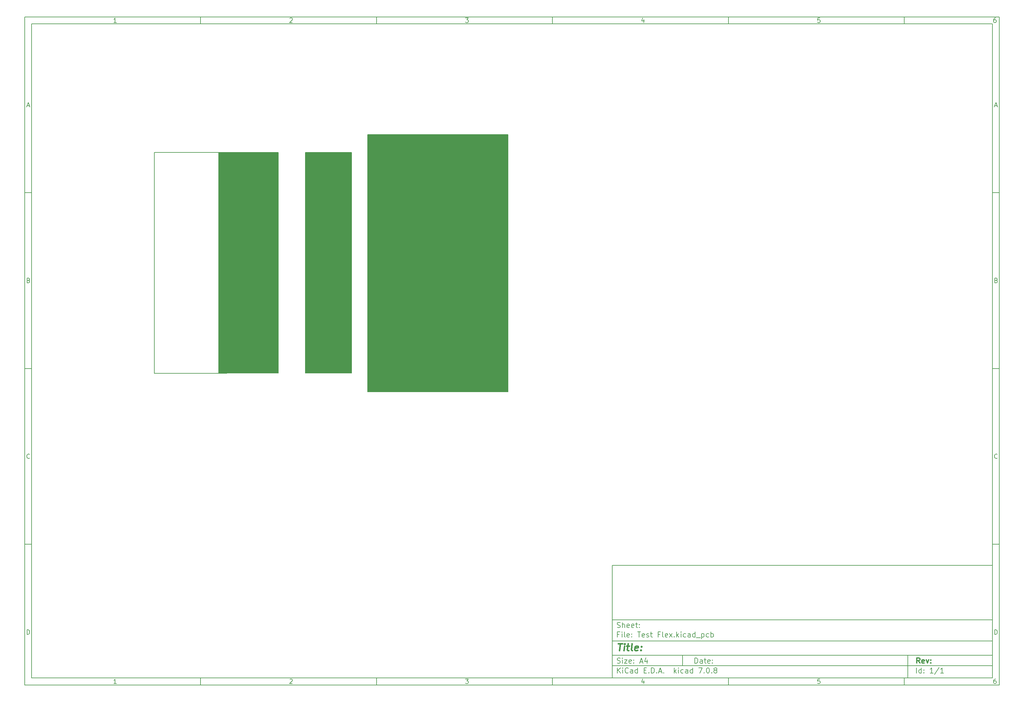
<source format=gbr>
%TF.GenerationSoftware,KiCad,Pcbnew,7.0.8*%
%TF.CreationDate,2023-11-08T15:44:53-05:00*%
%TF.ProjectId,Test Flex,54657374-2046-46c6-9578-2e6b69636164,rev?*%
%TF.SameCoordinates,Original*%
%TF.FileFunction,Glue,Top*%
%TF.FilePolarity,Positive*%
%FSLAX46Y46*%
G04 Gerber Fmt 4.6, Leading zero omitted, Abs format (unit mm)*
G04 Created by KiCad (PCBNEW 7.0.8) date 2023-11-08 15:44:53*
%MOMM*%
%LPD*%
G01*
G04 APERTURE LIST*
%ADD10C,0.100000*%
%ADD11C,0.150000*%
%ADD12C,0.300000*%
%ADD13C,0.400000*%
G04 APERTURE END LIST*
D10*
D11*
X177002200Y-166007200D02*
X285002200Y-166007200D01*
X285002200Y-198007200D01*
X177002200Y-198007200D01*
X177002200Y-166007200D01*
D10*
D11*
X10000000Y-10000000D02*
X287002200Y-10000000D01*
X287002200Y-200007200D01*
X10000000Y-200007200D01*
X10000000Y-10000000D01*
D10*
D11*
X12000000Y-12000000D02*
X285002200Y-12000000D01*
X285002200Y-198007200D01*
X12000000Y-198007200D01*
X12000000Y-12000000D01*
D10*
D11*
X60000000Y-12000000D02*
X60000000Y-10000000D01*
D10*
D11*
X110000000Y-12000000D02*
X110000000Y-10000000D01*
D10*
D11*
X160000000Y-12000000D02*
X160000000Y-10000000D01*
D10*
D11*
X210000000Y-12000000D02*
X210000000Y-10000000D01*
D10*
D11*
X260000000Y-12000000D02*
X260000000Y-10000000D01*
D10*
D11*
X36089160Y-11593604D02*
X35346303Y-11593604D01*
X35717731Y-11593604D02*
X35717731Y-10293604D01*
X35717731Y-10293604D02*
X35593922Y-10479319D01*
X35593922Y-10479319D02*
X35470112Y-10603128D01*
X35470112Y-10603128D02*
X35346303Y-10665033D01*
D10*
D11*
X85346303Y-10417414D02*
X85408207Y-10355509D01*
X85408207Y-10355509D02*
X85532017Y-10293604D01*
X85532017Y-10293604D02*
X85841541Y-10293604D01*
X85841541Y-10293604D02*
X85965350Y-10355509D01*
X85965350Y-10355509D02*
X86027255Y-10417414D01*
X86027255Y-10417414D02*
X86089160Y-10541223D01*
X86089160Y-10541223D02*
X86089160Y-10665033D01*
X86089160Y-10665033D02*
X86027255Y-10850747D01*
X86027255Y-10850747D02*
X85284398Y-11593604D01*
X85284398Y-11593604D02*
X86089160Y-11593604D01*
D10*
D11*
X135284398Y-10293604D02*
X136089160Y-10293604D01*
X136089160Y-10293604D02*
X135655826Y-10788842D01*
X135655826Y-10788842D02*
X135841541Y-10788842D01*
X135841541Y-10788842D02*
X135965350Y-10850747D01*
X135965350Y-10850747D02*
X136027255Y-10912652D01*
X136027255Y-10912652D02*
X136089160Y-11036461D01*
X136089160Y-11036461D02*
X136089160Y-11345985D01*
X136089160Y-11345985D02*
X136027255Y-11469795D01*
X136027255Y-11469795D02*
X135965350Y-11531700D01*
X135965350Y-11531700D02*
X135841541Y-11593604D01*
X135841541Y-11593604D02*
X135470112Y-11593604D01*
X135470112Y-11593604D02*
X135346303Y-11531700D01*
X135346303Y-11531700D02*
X135284398Y-11469795D01*
D10*
D11*
X185965350Y-10726938D02*
X185965350Y-11593604D01*
X185655826Y-10231700D02*
X185346303Y-11160271D01*
X185346303Y-11160271D02*
X186151064Y-11160271D01*
D10*
D11*
X236027255Y-10293604D02*
X235408207Y-10293604D01*
X235408207Y-10293604D02*
X235346303Y-10912652D01*
X235346303Y-10912652D02*
X235408207Y-10850747D01*
X235408207Y-10850747D02*
X235532017Y-10788842D01*
X235532017Y-10788842D02*
X235841541Y-10788842D01*
X235841541Y-10788842D02*
X235965350Y-10850747D01*
X235965350Y-10850747D02*
X236027255Y-10912652D01*
X236027255Y-10912652D02*
X236089160Y-11036461D01*
X236089160Y-11036461D02*
X236089160Y-11345985D01*
X236089160Y-11345985D02*
X236027255Y-11469795D01*
X236027255Y-11469795D02*
X235965350Y-11531700D01*
X235965350Y-11531700D02*
X235841541Y-11593604D01*
X235841541Y-11593604D02*
X235532017Y-11593604D01*
X235532017Y-11593604D02*
X235408207Y-11531700D01*
X235408207Y-11531700D02*
X235346303Y-11469795D01*
D10*
D11*
X285965350Y-10293604D02*
X285717731Y-10293604D01*
X285717731Y-10293604D02*
X285593922Y-10355509D01*
X285593922Y-10355509D02*
X285532017Y-10417414D01*
X285532017Y-10417414D02*
X285408207Y-10603128D01*
X285408207Y-10603128D02*
X285346303Y-10850747D01*
X285346303Y-10850747D02*
X285346303Y-11345985D01*
X285346303Y-11345985D02*
X285408207Y-11469795D01*
X285408207Y-11469795D02*
X285470112Y-11531700D01*
X285470112Y-11531700D02*
X285593922Y-11593604D01*
X285593922Y-11593604D02*
X285841541Y-11593604D01*
X285841541Y-11593604D02*
X285965350Y-11531700D01*
X285965350Y-11531700D02*
X286027255Y-11469795D01*
X286027255Y-11469795D02*
X286089160Y-11345985D01*
X286089160Y-11345985D02*
X286089160Y-11036461D01*
X286089160Y-11036461D02*
X286027255Y-10912652D01*
X286027255Y-10912652D02*
X285965350Y-10850747D01*
X285965350Y-10850747D02*
X285841541Y-10788842D01*
X285841541Y-10788842D02*
X285593922Y-10788842D01*
X285593922Y-10788842D02*
X285470112Y-10850747D01*
X285470112Y-10850747D02*
X285408207Y-10912652D01*
X285408207Y-10912652D02*
X285346303Y-11036461D01*
D10*
D11*
X60000000Y-198007200D02*
X60000000Y-200007200D01*
D10*
D11*
X110000000Y-198007200D02*
X110000000Y-200007200D01*
D10*
D11*
X160000000Y-198007200D02*
X160000000Y-200007200D01*
D10*
D11*
X210000000Y-198007200D02*
X210000000Y-200007200D01*
D10*
D11*
X260000000Y-198007200D02*
X260000000Y-200007200D01*
D10*
D11*
X36089160Y-199600804D02*
X35346303Y-199600804D01*
X35717731Y-199600804D02*
X35717731Y-198300804D01*
X35717731Y-198300804D02*
X35593922Y-198486519D01*
X35593922Y-198486519D02*
X35470112Y-198610328D01*
X35470112Y-198610328D02*
X35346303Y-198672233D01*
D10*
D11*
X85346303Y-198424614D02*
X85408207Y-198362709D01*
X85408207Y-198362709D02*
X85532017Y-198300804D01*
X85532017Y-198300804D02*
X85841541Y-198300804D01*
X85841541Y-198300804D02*
X85965350Y-198362709D01*
X85965350Y-198362709D02*
X86027255Y-198424614D01*
X86027255Y-198424614D02*
X86089160Y-198548423D01*
X86089160Y-198548423D02*
X86089160Y-198672233D01*
X86089160Y-198672233D02*
X86027255Y-198857947D01*
X86027255Y-198857947D02*
X85284398Y-199600804D01*
X85284398Y-199600804D02*
X86089160Y-199600804D01*
D10*
D11*
X135284398Y-198300804D02*
X136089160Y-198300804D01*
X136089160Y-198300804D02*
X135655826Y-198796042D01*
X135655826Y-198796042D02*
X135841541Y-198796042D01*
X135841541Y-198796042D02*
X135965350Y-198857947D01*
X135965350Y-198857947D02*
X136027255Y-198919852D01*
X136027255Y-198919852D02*
X136089160Y-199043661D01*
X136089160Y-199043661D02*
X136089160Y-199353185D01*
X136089160Y-199353185D02*
X136027255Y-199476995D01*
X136027255Y-199476995D02*
X135965350Y-199538900D01*
X135965350Y-199538900D02*
X135841541Y-199600804D01*
X135841541Y-199600804D02*
X135470112Y-199600804D01*
X135470112Y-199600804D02*
X135346303Y-199538900D01*
X135346303Y-199538900D02*
X135284398Y-199476995D01*
D10*
D11*
X185965350Y-198734138D02*
X185965350Y-199600804D01*
X185655826Y-198238900D02*
X185346303Y-199167471D01*
X185346303Y-199167471D02*
X186151064Y-199167471D01*
D10*
D11*
X236027255Y-198300804D02*
X235408207Y-198300804D01*
X235408207Y-198300804D02*
X235346303Y-198919852D01*
X235346303Y-198919852D02*
X235408207Y-198857947D01*
X235408207Y-198857947D02*
X235532017Y-198796042D01*
X235532017Y-198796042D02*
X235841541Y-198796042D01*
X235841541Y-198796042D02*
X235965350Y-198857947D01*
X235965350Y-198857947D02*
X236027255Y-198919852D01*
X236027255Y-198919852D02*
X236089160Y-199043661D01*
X236089160Y-199043661D02*
X236089160Y-199353185D01*
X236089160Y-199353185D02*
X236027255Y-199476995D01*
X236027255Y-199476995D02*
X235965350Y-199538900D01*
X235965350Y-199538900D02*
X235841541Y-199600804D01*
X235841541Y-199600804D02*
X235532017Y-199600804D01*
X235532017Y-199600804D02*
X235408207Y-199538900D01*
X235408207Y-199538900D02*
X235346303Y-199476995D01*
D10*
D11*
X285965350Y-198300804D02*
X285717731Y-198300804D01*
X285717731Y-198300804D02*
X285593922Y-198362709D01*
X285593922Y-198362709D02*
X285532017Y-198424614D01*
X285532017Y-198424614D02*
X285408207Y-198610328D01*
X285408207Y-198610328D02*
X285346303Y-198857947D01*
X285346303Y-198857947D02*
X285346303Y-199353185D01*
X285346303Y-199353185D02*
X285408207Y-199476995D01*
X285408207Y-199476995D02*
X285470112Y-199538900D01*
X285470112Y-199538900D02*
X285593922Y-199600804D01*
X285593922Y-199600804D02*
X285841541Y-199600804D01*
X285841541Y-199600804D02*
X285965350Y-199538900D01*
X285965350Y-199538900D02*
X286027255Y-199476995D01*
X286027255Y-199476995D02*
X286089160Y-199353185D01*
X286089160Y-199353185D02*
X286089160Y-199043661D01*
X286089160Y-199043661D02*
X286027255Y-198919852D01*
X286027255Y-198919852D02*
X285965350Y-198857947D01*
X285965350Y-198857947D02*
X285841541Y-198796042D01*
X285841541Y-198796042D02*
X285593922Y-198796042D01*
X285593922Y-198796042D02*
X285470112Y-198857947D01*
X285470112Y-198857947D02*
X285408207Y-198919852D01*
X285408207Y-198919852D02*
X285346303Y-199043661D01*
D10*
D11*
X10000000Y-60000000D02*
X12000000Y-60000000D01*
D10*
D11*
X10000000Y-110000000D02*
X12000000Y-110000000D01*
D10*
D11*
X10000000Y-160000000D02*
X12000000Y-160000000D01*
D10*
D11*
X10690476Y-35222176D02*
X11309523Y-35222176D01*
X10566666Y-35593604D02*
X10999999Y-34293604D01*
X10999999Y-34293604D02*
X11433333Y-35593604D01*
D10*
D11*
X11092857Y-84912652D02*
X11278571Y-84974557D01*
X11278571Y-84974557D02*
X11340476Y-85036461D01*
X11340476Y-85036461D02*
X11402380Y-85160271D01*
X11402380Y-85160271D02*
X11402380Y-85345985D01*
X11402380Y-85345985D02*
X11340476Y-85469795D01*
X11340476Y-85469795D02*
X11278571Y-85531700D01*
X11278571Y-85531700D02*
X11154761Y-85593604D01*
X11154761Y-85593604D02*
X10659523Y-85593604D01*
X10659523Y-85593604D02*
X10659523Y-84293604D01*
X10659523Y-84293604D02*
X11092857Y-84293604D01*
X11092857Y-84293604D02*
X11216666Y-84355509D01*
X11216666Y-84355509D02*
X11278571Y-84417414D01*
X11278571Y-84417414D02*
X11340476Y-84541223D01*
X11340476Y-84541223D02*
X11340476Y-84665033D01*
X11340476Y-84665033D02*
X11278571Y-84788842D01*
X11278571Y-84788842D02*
X11216666Y-84850747D01*
X11216666Y-84850747D02*
X11092857Y-84912652D01*
X11092857Y-84912652D02*
X10659523Y-84912652D01*
D10*
D11*
X11402380Y-135469795D02*
X11340476Y-135531700D01*
X11340476Y-135531700D02*
X11154761Y-135593604D01*
X11154761Y-135593604D02*
X11030952Y-135593604D01*
X11030952Y-135593604D02*
X10845238Y-135531700D01*
X10845238Y-135531700D02*
X10721428Y-135407890D01*
X10721428Y-135407890D02*
X10659523Y-135284080D01*
X10659523Y-135284080D02*
X10597619Y-135036461D01*
X10597619Y-135036461D02*
X10597619Y-134850747D01*
X10597619Y-134850747D02*
X10659523Y-134603128D01*
X10659523Y-134603128D02*
X10721428Y-134479319D01*
X10721428Y-134479319D02*
X10845238Y-134355509D01*
X10845238Y-134355509D02*
X11030952Y-134293604D01*
X11030952Y-134293604D02*
X11154761Y-134293604D01*
X11154761Y-134293604D02*
X11340476Y-134355509D01*
X11340476Y-134355509D02*
X11402380Y-134417414D01*
D10*
D11*
X10659523Y-185593604D02*
X10659523Y-184293604D01*
X10659523Y-184293604D02*
X10969047Y-184293604D01*
X10969047Y-184293604D02*
X11154761Y-184355509D01*
X11154761Y-184355509D02*
X11278571Y-184479319D01*
X11278571Y-184479319D02*
X11340476Y-184603128D01*
X11340476Y-184603128D02*
X11402380Y-184850747D01*
X11402380Y-184850747D02*
X11402380Y-185036461D01*
X11402380Y-185036461D02*
X11340476Y-185284080D01*
X11340476Y-185284080D02*
X11278571Y-185407890D01*
X11278571Y-185407890D02*
X11154761Y-185531700D01*
X11154761Y-185531700D02*
X10969047Y-185593604D01*
X10969047Y-185593604D02*
X10659523Y-185593604D01*
D10*
D11*
X287002200Y-60000000D02*
X285002200Y-60000000D01*
D10*
D11*
X287002200Y-110000000D02*
X285002200Y-110000000D01*
D10*
D11*
X287002200Y-160000000D02*
X285002200Y-160000000D01*
D10*
D11*
X285692676Y-35222176D02*
X286311723Y-35222176D01*
X285568866Y-35593604D02*
X286002199Y-34293604D01*
X286002199Y-34293604D02*
X286435533Y-35593604D01*
D10*
D11*
X286095057Y-84912652D02*
X286280771Y-84974557D01*
X286280771Y-84974557D02*
X286342676Y-85036461D01*
X286342676Y-85036461D02*
X286404580Y-85160271D01*
X286404580Y-85160271D02*
X286404580Y-85345985D01*
X286404580Y-85345985D02*
X286342676Y-85469795D01*
X286342676Y-85469795D02*
X286280771Y-85531700D01*
X286280771Y-85531700D02*
X286156961Y-85593604D01*
X286156961Y-85593604D02*
X285661723Y-85593604D01*
X285661723Y-85593604D02*
X285661723Y-84293604D01*
X285661723Y-84293604D02*
X286095057Y-84293604D01*
X286095057Y-84293604D02*
X286218866Y-84355509D01*
X286218866Y-84355509D02*
X286280771Y-84417414D01*
X286280771Y-84417414D02*
X286342676Y-84541223D01*
X286342676Y-84541223D02*
X286342676Y-84665033D01*
X286342676Y-84665033D02*
X286280771Y-84788842D01*
X286280771Y-84788842D02*
X286218866Y-84850747D01*
X286218866Y-84850747D02*
X286095057Y-84912652D01*
X286095057Y-84912652D02*
X285661723Y-84912652D01*
D10*
D11*
X286404580Y-135469795D02*
X286342676Y-135531700D01*
X286342676Y-135531700D02*
X286156961Y-135593604D01*
X286156961Y-135593604D02*
X286033152Y-135593604D01*
X286033152Y-135593604D02*
X285847438Y-135531700D01*
X285847438Y-135531700D02*
X285723628Y-135407890D01*
X285723628Y-135407890D02*
X285661723Y-135284080D01*
X285661723Y-135284080D02*
X285599819Y-135036461D01*
X285599819Y-135036461D02*
X285599819Y-134850747D01*
X285599819Y-134850747D02*
X285661723Y-134603128D01*
X285661723Y-134603128D02*
X285723628Y-134479319D01*
X285723628Y-134479319D02*
X285847438Y-134355509D01*
X285847438Y-134355509D02*
X286033152Y-134293604D01*
X286033152Y-134293604D02*
X286156961Y-134293604D01*
X286156961Y-134293604D02*
X286342676Y-134355509D01*
X286342676Y-134355509D02*
X286404580Y-134417414D01*
D10*
D11*
X285661723Y-185593604D02*
X285661723Y-184293604D01*
X285661723Y-184293604D02*
X285971247Y-184293604D01*
X285971247Y-184293604D02*
X286156961Y-184355509D01*
X286156961Y-184355509D02*
X286280771Y-184479319D01*
X286280771Y-184479319D02*
X286342676Y-184603128D01*
X286342676Y-184603128D02*
X286404580Y-184850747D01*
X286404580Y-184850747D02*
X286404580Y-185036461D01*
X286404580Y-185036461D02*
X286342676Y-185284080D01*
X286342676Y-185284080D02*
X286280771Y-185407890D01*
X286280771Y-185407890D02*
X286156961Y-185531700D01*
X286156961Y-185531700D02*
X285971247Y-185593604D01*
X285971247Y-185593604D02*
X285661723Y-185593604D01*
D10*
D11*
X200458026Y-193793328D02*
X200458026Y-192293328D01*
X200458026Y-192293328D02*
X200815169Y-192293328D01*
X200815169Y-192293328D02*
X201029455Y-192364757D01*
X201029455Y-192364757D02*
X201172312Y-192507614D01*
X201172312Y-192507614D02*
X201243741Y-192650471D01*
X201243741Y-192650471D02*
X201315169Y-192936185D01*
X201315169Y-192936185D02*
X201315169Y-193150471D01*
X201315169Y-193150471D02*
X201243741Y-193436185D01*
X201243741Y-193436185D02*
X201172312Y-193579042D01*
X201172312Y-193579042D02*
X201029455Y-193721900D01*
X201029455Y-193721900D02*
X200815169Y-193793328D01*
X200815169Y-193793328D02*
X200458026Y-193793328D01*
X202600884Y-193793328D02*
X202600884Y-193007614D01*
X202600884Y-193007614D02*
X202529455Y-192864757D01*
X202529455Y-192864757D02*
X202386598Y-192793328D01*
X202386598Y-192793328D02*
X202100884Y-192793328D01*
X202100884Y-192793328D02*
X201958026Y-192864757D01*
X202600884Y-193721900D02*
X202458026Y-193793328D01*
X202458026Y-193793328D02*
X202100884Y-193793328D01*
X202100884Y-193793328D02*
X201958026Y-193721900D01*
X201958026Y-193721900D02*
X201886598Y-193579042D01*
X201886598Y-193579042D02*
X201886598Y-193436185D01*
X201886598Y-193436185D02*
X201958026Y-193293328D01*
X201958026Y-193293328D02*
X202100884Y-193221900D01*
X202100884Y-193221900D02*
X202458026Y-193221900D01*
X202458026Y-193221900D02*
X202600884Y-193150471D01*
X203100884Y-192793328D02*
X203672312Y-192793328D01*
X203315169Y-192293328D02*
X203315169Y-193579042D01*
X203315169Y-193579042D02*
X203386598Y-193721900D01*
X203386598Y-193721900D02*
X203529455Y-193793328D01*
X203529455Y-193793328D02*
X203672312Y-193793328D01*
X204743741Y-193721900D02*
X204600884Y-193793328D01*
X204600884Y-193793328D02*
X204315170Y-193793328D01*
X204315170Y-193793328D02*
X204172312Y-193721900D01*
X204172312Y-193721900D02*
X204100884Y-193579042D01*
X204100884Y-193579042D02*
X204100884Y-193007614D01*
X204100884Y-193007614D02*
X204172312Y-192864757D01*
X204172312Y-192864757D02*
X204315170Y-192793328D01*
X204315170Y-192793328D02*
X204600884Y-192793328D01*
X204600884Y-192793328D02*
X204743741Y-192864757D01*
X204743741Y-192864757D02*
X204815170Y-193007614D01*
X204815170Y-193007614D02*
X204815170Y-193150471D01*
X204815170Y-193150471D02*
X204100884Y-193293328D01*
X205458026Y-193650471D02*
X205529455Y-193721900D01*
X205529455Y-193721900D02*
X205458026Y-193793328D01*
X205458026Y-193793328D02*
X205386598Y-193721900D01*
X205386598Y-193721900D02*
X205458026Y-193650471D01*
X205458026Y-193650471D02*
X205458026Y-193793328D01*
X205458026Y-192864757D02*
X205529455Y-192936185D01*
X205529455Y-192936185D02*
X205458026Y-193007614D01*
X205458026Y-193007614D02*
X205386598Y-192936185D01*
X205386598Y-192936185D02*
X205458026Y-192864757D01*
X205458026Y-192864757D02*
X205458026Y-193007614D01*
D10*
D11*
X177002200Y-194507200D02*
X285002200Y-194507200D01*
D10*
D11*
X178458026Y-196593328D02*
X178458026Y-195093328D01*
X179315169Y-196593328D02*
X178672312Y-195736185D01*
X179315169Y-195093328D02*
X178458026Y-195950471D01*
X179958026Y-196593328D02*
X179958026Y-195593328D01*
X179958026Y-195093328D02*
X179886598Y-195164757D01*
X179886598Y-195164757D02*
X179958026Y-195236185D01*
X179958026Y-195236185D02*
X180029455Y-195164757D01*
X180029455Y-195164757D02*
X179958026Y-195093328D01*
X179958026Y-195093328D02*
X179958026Y-195236185D01*
X181529455Y-196450471D02*
X181458027Y-196521900D01*
X181458027Y-196521900D02*
X181243741Y-196593328D01*
X181243741Y-196593328D02*
X181100884Y-196593328D01*
X181100884Y-196593328D02*
X180886598Y-196521900D01*
X180886598Y-196521900D02*
X180743741Y-196379042D01*
X180743741Y-196379042D02*
X180672312Y-196236185D01*
X180672312Y-196236185D02*
X180600884Y-195950471D01*
X180600884Y-195950471D02*
X180600884Y-195736185D01*
X180600884Y-195736185D02*
X180672312Y-195450471D01*
X180672312Y-195450471D02*
X180743741Y-195307614D01*
X180743741Y-195307614D02*
X180886598Y-195164757D01*
X180886598Y-195164757D02*
X181100884Y-195093328D01*
X181100884Y-195093328D02*
X181243741Y-195093328D01*
X181243741Y-195093328D02*
X181458027Y-195164757D01*
X181458027Y-195164757D02*
X181529455Y-195236185D01*
X182815170Y-196593328D02*
X182815170Y-195807614D01*
X182815170Y-195807614D02*
X182743741Y-195664757D01*
X182743741Y-195664757D02*
X182600884Y-195593328D01*
X182600884Y-195593328D02*
X182315170Y-195593328D01*
X182315170Y-195593328D02*
X182172312Y-195664757D01*
X182815170Y-196521900D02*
X182672312Y-196593328D01*
X182672312Y-196593328D02*
X182315170Y-196593328D01*
X182315170Y-196593328D02*
X182172312Y-196521900D01*
X182172312Y-196521900D02*
X182100884Y-196379042D01*
X182100884Y-196379042D02*
X182100884Y-196236185D01*
X182100884Y-196236185D02*
X182172312Y-196093328D01*
X182172312Y-196093328D02*
X182315170Y-196021900D01*
X182315170Y-196021900D02*
X182672312Y-196021900D01*
X182672312Y-196021900D02*
X182815170Y-195950471D01*
X184172313Y-196593328D02*
X184172313Y-195093328D01*
X184172313Y-196521900D02*
X184029455Y-196593328D01*
X184029455Y-196593328D02*
X183743741Y-196593328D01*
X183743741Y-196593328D02*
X183600884Y-196521900D01*
X183600884Y-196521900D02*
X183529455Y-196450471D01*
X183529455Y-196450471D02*
X183458027Y-196307614D01*
X183458027Y-196307614D02*
X183458027Y-195879042D01*
X183458027Y-195879042D02*
X183529455Y-195736185D01*
X183529455Y-195736185D02*
X183600884Y-195664757D01*
X183600884Y-195664757D02*
X183743741Y-195593328D01*
X183743741Y-195593328D02*
X184029455Y-195593328D01*
X184029455Y-195593328D02*
X184172313Y-195664757D01*
X186029455Y-195807614D02*
X186529455Y-195807614D01*
X186743741Y-196593328D02*
X186029455Y-196593328D01*
X186029455Y-196593328D02*
X186029455Y-195093328D01*
X186029455Y-195093328D02*
X186743741Y-195093328D01*
X187386598Y-196450471D02*
X187458027Y-196521900D01*
X187458027Y-196521900D02*
X187386598Y-196593328D01*
X187386598Y-196593328D02*
X187315170Y-196521900D01*
X187315170Y-196521900D02*
X187386598Y-196450471D01*
X187386598Y-196450471D02*
X187386598Y-196593328D01*
X188100884Y-196593328D02*
X188100884Y-195093328D01*
X188100884Y-195093328D02*
X188458027Y-195093328D01*
X188458027Y-195093328D02*
X188672313Y-195164757D01*
X188672313Y-195164757D02*
X188815170Y-195307614D01*
X188815170Y-195307614D02*
X188886599Y-195450471D01*
X188886599Y-195450471D02*
X188958027Y-195736185D01*
X188958027Y-195736185D02*
X188958027Y-195950471D01*
X188958027Y-195950471D02*
X188886599Y-196236185D01*
X188886599Y-196236185D02*
X188815170Y-196379042D01*
X188815170Y-196379042D02*
X188672313Y-196521900D01*
X188672313Y-196521900D02*
X188458027Y-196593328D01*
X188458027Y-196593328D02*
X188100884Y-196593328D01*
X189600884Y-196450471D02*
X189672313Y-196521900D01*
X189672313Y-196521900D02*
X189600884Y-196593328D01*
X189600884Y-196593328D02*
X189529456Y-196521900D01*
X189529456Y-196521900D02*
X189600884Y-196450471D01*
X189600884Y-196450471D02*
X189600884Y-196593328D01*
X190243742Y-196164757D02*
X190958028Y-196164757D01*
X190100885Y-196593328D02*
X190600885Y-195093328D01*
X190600885Y-195093328D02*
X191100885Y-196593328D01*
X191600884Y-196450471D02*
X191672313Y-196521900D01*
X191672313Y-196521900D02*
X191600884Y-196593328D01*
X191600884Y-196593328D02*
X191529456Y-196521900D01*
X191529456Y-196521900D02*
X191600884Y-196450471D01*
X191600884Y-196450471D02*
X191600884Y-196593328D01*
X194600884Y-196593328D02*
X194600884Y-195093328D01*
X194743742Y-196021900D02*
X195172313Y-196593328D01*
X195172313Y-195593328D02*
X194600884Y-196164757D01*
X195815170Y-196593328D02*
X195815170Y-195593328D01*
X195815170Y-195093328D02*
X195743742Y-195164757D01*
X195743742Y-195164757D02*
X195815170Y-195236185D01*
X195815170Y-195236185D02*
X195886599Y-195164757D01*
X195886599Y-195164757D02*
X195815170Y-195093328D01*
X195815170Y-195093328D02*
X195815170Y-195236185D01*
X197172314Y-196521900D02*
X197029456Y-196593328D01*
X197029456Y-196593328D02*
X196743742Y-196593328D01*
X196743742Y-196593328D02*
X196600885Y-196521900D01*
X196600885Y-196521900D02*
X196529456Y-196450471D01*
X196529456Y-196450471D02*
X196458028Y-196307614D01*
X196458028Y-196307614D02*
X196458028Y-195879042D01*
X196458028Y-195879042D02*
X196529456Y-195736185D01*
X196529456Y-195736185D02*
X196600885Y-195664757D01*
X196600885Y-195664757D02*
X196743742Y-195593328D01*
X196743742Y-195593328D02*
X197029456Y-195593328D01*
X197029456Y-195593328D02*
X197172314Y-195664757D01*
X198458028Y-196593328D02*
X198458028Y-195807614D01*
X198458028Y-195807614D02*
X198386599Y-195664757D01*
X198386599Y-195664757D02*
X198243742Y-195593328D01*
X198243742Y-195593328D02*
X197958028Y-195593328D01*
X197958028Y-195593328D02*
X197815170Y-195664757D01*
X198458028Y-196521900D02*
X198315170Y-196593328D01*
X198315170Y-196593328D02*
X197958028Y-196593328D01*
X197958028Y-196593328D02*
X197815170Y-196521900D01*
X197815170Y-196521900D02*
X197743742Y-196379042D01*
X197743742Y-196379042D02*
X197743742Y-196236185D01*
X197743742Y-196236185D02*
X197815170Y-196093328D01*
X197815170Y-196093328D02*
X197958028Y-196021900D01*
X197958028Y-196021900D02*
X198315170Y-196021900D01*
X198315170Y-196021900D02*
X198458028Y-195950471D01*
X199815171Y-196593328D02*
X199815171Y-195093328D01*
X199815171Y-196521900D02*
X199672313Y-196593328D01*
X199672313Y-196593328D02*
X199386599Y-196593328D01*
X199386599Y-196593328D02*
X199243742Y-196521900D01*
X199243742Y-196521900D02*
X199172313Y-196450471D01*
X199172313Y-196450471D02*
X199100885Y-196307614D01*
X199100885Y-196307614D02*
X199100885Y-195879042D01*
X199100885Y-195879042D02*
X199172313Y-195736185D01*
X199172313Y-195736185D02*
X199243742Y-195664757D01*
X199243742Y-195664757D02*
X199386599Y-195593328D01*
X199386599Y-195593328D02*
X199672313Y-195593328D01*
X199672313Y-195593328D02*
X199815171Y-195664757D01*
X201529456Y-195093328D02*
X202529456Y-195093328D01*
X202529456Y-195093328D02*
X201886599Y-196593328D01*
X203100884Y-196450471D02*
X203172313Y-196521900D01*
X203172313Y-196521900D02*
X203100884Y-196593328D01*
X203100884Y-196593328D02*
X203029456Y-196521900D01*
X203029456Y-196521900D02*
X203100884Y-196450471D01*
X203100884Y-196450471D02*
X203100884Y-196593328D01*
X204100885Y-195093328D02*
X204243742Y-195093328D01*
X204243742Y-195093328D02*
X204386599Y-195164757D01*
X204386599Y-195164757D02*
X204458028Y-195236185D01*
X204458028Y-195236185D02*
X204529456Y-195379042D01*
X204529456Y-195379042D02*
X204600885Y-195664757D01*
X204600885Y-195664757D02*
X204600885Y-196021900D01*
X204600885Y-196021900D02*
X204529456Y-196307614D01*
X204529456Y-196307614D02*
X204458028Y-196450471D01*
X204458028Y-196450471D02*
X204386599Y-196521900D01*
X204386599Y-196521900D02*
X204243742Y-196593328D01*
X204243742Y-196593328D02*
X204100885Y-196593328D01*
X204100885Y-196593328D02*
X203958028Y-196521900D01*
X203958028Y-196521900D02*
X203886599Y-196450471D01*
X203886599Y-196450471D02*
X203815170Y-196307614D01*
X203815170Y-196307614D02*
X203743742Y-196021900D01*
X203743742Y-196021900D02*
X203743742Y-195664757D01*
X203743742Y-195664757D02*
X203815170Y-195379042D01*
X203815170Y-195379042D02*
X203886599Y-195236185D01*
X203886599Y-195236185D02*
X203958028Y-195164757D01*
X203958028Y-195164757D02*
X204100885Y-195093328D01*
X205243741Y-196450471D02*
X205315170Y-196521900D01*
X205315170Y-196521900D02*
X205243741Y-196593328D01*
X205243741Y-196593328D02*
X205172313Y-196521900D01*
X205172313Y-196521900D02*
X205243741Y-196450471D01*
X205243741Y-196450471D02*
X205243741Y-196593328D01*
X206172313Y-195736185D02*
X206029456Y-195664757D01*
X206029456Y-195664757D02*
X205958027Y-195593328D01*
X205958027Y-195593328D02*
X205886599Y-195450471D01*
X205886599Y-195450471D02*
X205886599Y-195379042D01*
X205886599Y-195379042D02*
X205958027Y-195236185D01*
X205958027Y-195236185D02*
X206029456Y-195164757D01*
X206029456Y-195164757D02*
X206172313Y-195093328D01*
X206172313Y-195093328D02*
X206458027Y-195093328D01*
X206458027Y-195093328D02*
X206600885Y-195164757D01*
X206600885Y-195164757D02*
X206672313Y-195236185D01*
X206672313Y-195236185D02*
X206743742Y-195379042D01*
X206743742Y-195379042D02*
X206743742Y-195450471D01*
X206743742Y-195450471D02*
X206672313Y-195593328D01*
X206672313Y-195593328D02*
X206600885Y-195664757D01*
X206600885Y-195664757D02*
X206458027Y-195736185D01*
X206458027Y-195736185D02*
X206172313Y-195736185D01*
X206172313Y-195736185D02*
X206029456Y-195807614D01*
X206029456Y-195807614D02*
X205958027Y-195879042D01*
X205958027Y-195879042D02*
X205886599Y-196021900D01*
X205886599Y-196021900D02*
X205886599Y-196307614D01*
X205886599Y-196307614D02*
X205958027Y-196450471D01*
X205958027Y-196450471D02*
X206029456Y-196521900D01*
X206029456Y-196521900D02*
X206172313Y-196593328D01*
X206172313Y-196593328D02*
X206458027Y-196593328D01*
X206458027Y-196593328D02*
X206600885Y-196521900D01*
X206600885Y-196521900D02*
X206672313Y-196450471D01*
X206672313Y-196450471D02*
X206743742Y-196307614D01*
X206743742Y-196307614D02*
X206743742Y-196021900D01*
X206743742Y-196021900D02*
X206672313Y-195879042D01*
X206672313Y-195879042D02*
X206600885Y-195807614D01*
X206600885Y-195807614D02*
X206458027Y-195736185D01*
D10*
D11*
X177002200Y-191507200D02*
X285002200Y-191507200D01*
D10*
D12*
X264413853Y-193785528D02*
X263913853Y-193071242D01*
X263556710Y-193785528D02*
X263556710Y-192285528D01*
X263556710Y-192285528D02*
X264128139Y-192285528D01*
X264128139Y-192285528D02*
X264270996Y-192356957D01*
X264270996Y-192356957D02*
X264342425Y-192428385D01*
X264342425Y-192428385D02*
X264413853Y-192571242D01*
X264413853Y-192571242D02*
X264413853Y-192785528D01*
X264413853Y-192785528D02*
X264342425Y-192928385D01*
X264342425Y-192928385D02*
X264270996Y-192999814D01*
X264270996Y-192999814D02*
X264128139Y-193071242D01*
X264128139Y-193071242D02*
X263556710Y-193071242D01*
X265628139Y-193714100D02*
X265485282Y-193785528D01*
X265485282Y-193785528D02*
X265199568Y-193785528D01*
X265199568Y-193785528D02*
X265056710Y-193714100D01*
X265056710Y-193714100D02*
X264985282Y-193571242D01*
X264985282Y-193571242D02*
X264985282Y-192999814D01*
X264985282Y-192999814D02*
X265056710Y-192856957D01*
X265056710Y-192856957D02*
X265199568Y-192785528D01*
X265199568Y-192785528D02*
X265485282Y-192785528D01*
X265485282Y-192785528D02*
X265628139Y-192856957D01*
X265628139Y-192856957D02*
X265699568Y-192999814D01*
X265699568Y-192999814D02*
X265699568Y-193142671D01*
X265699568Y-193142671D02*
X264985282Y-193285528D01*
X266199567Y-192785528D02*
X266556710Y-193785528D01*
X266556710Y-193785528D02*
X266913853Y-192785528D01*
X267485281Y-193642671D02*
X267556710Y-193714100D01*
X267556710Y-193714100D02*
X267485281Y-193785528D01*
X267485281Y-193785528D02*
X267413853Y-193714100D01*
X267413853Y-193714100D02*
X267485281Y-193642671D01*
X267485281Y-193642671D02*
X267485281Y-193785528D01*
X267485281Y-192856957D02*
X267556710Y-192928385D01*
X267556710Y-192928385D02*
X267485281Y-192999814D01*
X267485281Y-192999814D02*
X267413853Y-192928385D01*
X267413853Y-192928385D02*
X267485281Y-192856957D01*
X267485281Y-192856957D02*
X267485281Y-192999814D01*
D10*
D11*
X178386598Y-193721900D02*
X178600884Y-193793328D01*
X178600884Y-193793328D02*
X178958026Y-193793328D01*
X178958026Y-193793328D02*
X179100884Y-193721900D01*
X179100884Y-193721900D02*
X179172312Y-193650471D01*
X179172312Y-193650471D02*
X179243741Y-193507614D01*
X179243741Y-193507614D02*
X179243741Y-193364757D01*
X179243741Y-193364757D02*
X179172312Y-193221900D01*
X179172312Y-193221900D02*
X179100884Y-193150471D01*
X179100884Y-193150471D02*
X178958026Y-193079042D01*
X178958026Y-193079042D02*
X178672312Y-193007614D01*
X178672312Y-193007614D02*
X178529455Y-192936185D01*
X178529455Y-192936185D02*
X178458026Y-192864757D01*
X178458026Y-192864757D02*
X178386598Y-192721900D01*
X178386598Y-192721900D02*
X178386598Y-192579042D01*
X178386598Y-192579042D02*
X178458026Y-192436185D01*
X178458026Y-192436185D02*
X178529455Y-192364757D01*
X178529455Y-192364757D02*
X178672312Y-192293328D01*
X178672312Y-192293328D02*
X179029455Y-192293328D01*
X179029455Y-192293328D02*
X179243741Y-192364757D01*
X179886597Y-193793328D02*
X179886597Y-192793328D01*
X179886597Y-192293328D02*
X179815169Y-192364757D01*
X179815169Y-192364757D02*
X179886597Y-192436185D01*
X179886597Y-192436185D02*
X179958026Y-192364757D01*
X179958026Y-192364757D02*
X179886597Y-192293328D01*
X179886597Y-192293328D02*
X179886597Y-192436185D01*
X180458026Y-192793328D02*
X181243741Y-192793328D01*
X181243741Y-192793328D02*
X180458026Y-193793328D01*
X180458026Y-193793328D02*
X181243741Y-193793328D01*
X182386598Y-193721900D02*
X182243741Y-193793328D01*
X182243741Y-193793328D02*
X181958027Y-193793328D01*
X181958027Y-193793328D02*
X181815169Y-193721900D01*
X181815169Y-193721900D02*
X181743741Y-193579042D01*
X181743741Y-193579042D02*
X181743741Y-193007614D01*
X181743741Y-193007614D02*
X181815169Y-192864757D01*
X181815169Y-192864757D02*
X181958027Y-192793328D01*
X181958027Y-192793328D02*
X182243741Y-192793328D01*
X182243741Y-192793328D02*
X182386598Y-192864757D01*
X182386598Y-192864757D02*
X182458027Y-193007614D01*
X182458027Y-193007614D02*
X182458027Y-193150471D01*
X182458027Y-193150471D02*
X181743741Y-193293328D01*
X183100883Y-193650471D02*
X183172312Y-193721900D01*
X183172312Y-193721900D02*
X183100883Y-193793328D01*
X183100883Y-193793328D02*
X183029455Y-193721900D01*
X183029455Y-193721900D02*
X183100883Y-193650471D01*
X183100883Y-193650471D02*
X183100883Y-193793328D01*
X183100883Y-192864757D02*
X183172312Y-192936185D01*
X183172312Y-192936185D02*
X183100883Y-193007614D01*
X183100883Y-193007614D02*
X183029455Y-192936185D01*
X183029455Y-192936185D02*
X183100883Y-192864757D01*
X183100883Y-192864757D02*
X183100883Y-193007614D01*
X184886598Y-193364757D02*
X185600884Y-193364757D01*
X184743741Y-193793328D02*
X185243741Y-192293328D01*
X185243741Y-192293328D02*
X185743741Y-193793328D01*
X186886598Y-192793328D02*
X186886598Y-193793328D01*
X186529455Y-192221900D02*
X186172312Y-193293328D01*
X186172312Y-193293328D02*
X187100883Y-193293328D01*
D10*
D11*
X263458026Y-196593328D02*
X263458026Y-195093328D01*
X264815170Y-196593328D02*
X264815170Y-195093328D01*
X264815170Y-196521900D02*
X264672312Y-196593328D01*
X264672312Y-196593328D02*
X264386598Y-196593328D01*
X264386598Y-196593328D02*
X264243741Y-196521900D01*
X264243741Y-196521900D02*
X264172312Y-196450471D01*
X264172312Y-196450471D02*
X264100884Y-196307614D01*
X264100884Y-196307614D02*
X264100884Y-195879042D01*
X264100884Y-195879042D02*
X264172312Y-195736185D01*
X264172312Y-195736185D02*
X264243741Y-195664757D01*
X264243741Y-195664757D02*
X264386598Y-195593328D01*
X264386598Y-195593328D02*
X264672312Y-195593328D01*
X264672312Y-195593328D02*
X264815170Y-195664757D01*
X265529455Y-196450471D02*
X265600884Y-196521900D01*
X265600884Y-196521900D02*
X265529455Y-196593328D01*
X265529455Y-196593328D02*
X265458027Y-196521900D01*
X265458027Y-196521900D02*
X265529455Y-196450471D01*
X265529455Y-196450471D02*
X265529455Y-196593328D01*
X265529455Y-195664757D02*
X265600884Y-195736185D01*
X265600884Y-195736185D02*
X265529455Y-195807614D01*
X265529455Y-195807614D02*
X265458027Y-195736185D01*
X265458027Y-195736185D02*
X265529455Y-195664757D01*
X265529455Y-195664757D02*
X265529455Y-195807614D01*
X268172313Y-196593328D02*
X267315170Y-196593328D01*
X267743741Y-196593328D02*
X267743741Y-195093328D01*
X267743741Y-195093328D02*
X267600884Y-195307614D01*
X267600884Y-195307614D02*
X267458027Y-195450471D01*
X267458027Y-195450471D02*
X267315170Y-195521900D01*
X269886598Y-195021900D02*
X268600884Y-196950471D01*
X271172313Y-196593328D02*
X270315170Y-196593328D01*
X270743741Y-196593328D02*
X270743741Y-195093328D01*
X270743741Y-195093328D02*
X270600884Y-195307614D01*
X270600884Y-195307614D02*
X270458027Y-195450471D01*
X270458027Y-195450471D02*
X270315170Y-195521900D01*
D10*
D11*
X177002200Y-187507200D02*
X285002200Y-187507200D01*
D10*
D13*
X178693928Y-188211638D02*
X179836785Y-188211638D01*
X179015357Y-190211638D02*
X179265357Y-188211638D01*
X180253452Y-190211638D02*
X180420119Y-188878304D01*
X180503452Y-188211638D02*
X180396309Y-188306876D01*
X180396309Y-188306876D02*
X180479643Y-188402114D01*
X180479643Y-188402114D02*
X180586786Y-188306876D01*
X180586786Y-188306876D02*
X180503452Y-188211638D01*
X180503452Y-188211638D02*
X180479643Y-188402114D01*
X181086786Y-188878304D02*
X181848690Y-188878304D01*
X181455833Y-188211638D02*
X181241548Y-189925923D01*
X181241548Y-189925923D02*
X181312976Y-190116400D01*
X181312976Y-190116400D02*
X181491548Y-190211638D01*
X181491548Y-190211638D02*
X181682024Y-190211638D01*
X182634405Y-190211638D02*
X182455833Y-190116400D01*
X182455833Y-190116400D02*
X182384405Y-189925923D01*
X182384405Y-189925923D02*
X182598690Y-188211638D01*
X184170119Y-190116400D02*
X183967738Y-190211638D01*
X183967738Y-190211638D02*
X183586785Y-190211638D01*
X183586785Y-190211638D02*
X183408214Y-190116400D01*
X183408214Y-190116400D02*
X183336785Y-189925923D01*
X183336785Y-189925923D02*
X183432024Y-189164019D01*
X183432024Y-189164019D02*
X183551071Y-188973542D01*
X183551071Y-188973542D02*
X183753452Y-188878304D01*
X183753452Y-188878304D02*
X184134404Y-188878304D01*
X184134404Y-188878304D02*
X184312976Y-188973542D01*
X184312976Y-188973542D02*
X184384404Y-189164019D01*
X184384404Y-189164019D02*
X184360595Y-189354495D01*
X184360595Y-189354495D02*
X183384404Y-189544971D01*
X185134405Y-190021161D02*
X185217738Y-190116400D01*
X185217738Y-190116400D02*
X185110595Y-190211638D01*
X185110595Y-190211638D02*
X185027262Y-190116400D01*
X185027262Y-190116400D02*
X185134405Y-190021161D01*
X185134405Y-190021161D02*
X185110595Y-190211638D01*
X185265357Y-188973542D02*
X185348690Y-189068780D01*
X185348690Y-189068780D02*
X185241548Y-189164019D01*
X185241548Y-189164019D02*
X185158214Y-189068780D01*
X185158214Y-189068780D02*
X185265357Y-188973542D01*
X185265357Y-188973542D02*
X185241548Y-189164019D01*
D10*
D11*
X178958026Y-185607614D02*
X178458026Y-185607614D01*
X178458026Y-186393328D02*
X178458026Y-184893328D01*
X178458026Y-184893328D02*
X179172312Y-184893328D01*
X179743740Y-186393328D02*
X179743740Y-185393328D01*
X179743740Y-184893328D02*
X179672312Y-184964757D01*
X179672312Y-184964757D02*
X179743740Y-185036185D01*
X179743740Y-185036185D02*
X179815169Y-184964757D01*
X179815169Y-184964757D02*
X179743740Y-184893328D01*
X179743740Y-184893328D02*
X179743740Y-185036185D01*
X180672312Y-186393328D02*
X180529455Y-186321900D01*
X180529455Y-186321900D02*
X180458026Y-186179042D01*
X180458026Y-186179042D02*
X180458026Y-184893328D01*
X181815169Y-186321900D02*
X181672312Y-186393328D01*
X181672312Y-186393328D02*
X181386598Y-186393328D01*
X181386598Y-186393328D02*
X181243740Y-186321900D01*
X181243740Y-186321900D02*
X181172312Y-186179042D01*
X181172312Y-186179042D02*
X181172312Y-185607614D01*
X181172312Y-185607614D02*
X181243740Y-185464757D01*
X181243740Y-185464757D02*
X181386598Y-185393328D01*
X181386598Y-185393328D02*
X181672312Y-185393328D01*
X181672312Y-185393328D02*
X181815169Y-185464757D01*
X181815169Y-185464757D02*
X181886598Y-185607614D01*
X181886598Y-185607614D02*
X181886598Y-185750471D01*
X181886598Y-185750471D02*
X181172312Y-185893328D01*
X182529454Y-186250471D02*
X182600883Y-186321900D01*
X182600883Y-186321900D02*
X182529454Y-186393328D01*
X182529454Y-186393328D02*
X182458026Y-186321900D01*
X182458026Y-186321900D02*
X182529454Y-186250471D01*
X182529454Y-186250471D02*
X182529454Y-186393328D01*
X182529454Y-185464757D02*
X182600883Y-185536185D01*
X182600883Y-185536185D02*
X182529454Y-185607614D01*
X182529454Y-185607614D02*
X182458026Y-185536185D01*
X182458026Y-185536185D02*
X182529454Y-185464757D01*
X182529454Y-185464757D02*
X182529454Y-185607614D01*
X184172312Y-184893328D02*
X185029455Y-184893328D01*
X184600883Y-186393328D02*
X184600883Y-184893328D01*
X186100883Y-186321900D02*
X185958026Y-186393328D01*
X185958026Y-186393328D02*
X185672312Y-186393328D01*
X185672312Y-186393328D02*
X185529454Y-186321900D01*
X185529454Y-186321900D02*
X185458026Y-186179042D01*
X185458026Y-186179042D02*
X185458026Y-185607614D01*
X185458026Y-185607614D02*
X185529454Y-185464757D01*
X185529454Y-185464757D02*
X185672312Y-185393328D01*
X185672312Y-185393328D02*
X185958026Y-185393328D01*
X185958026Y-185393328D02*
X186100883Y-185464757D01*
X186100883Y-185464757D02*
X186172312Y-185607614D01*
X186172312Y-185607614D02*
X186172312Y-185750471D01*
X186172312Y-185750471D02*
X185458026Y-185893328D01*
X186743740Y-186321900D02*
X186886597Y-186393328D01*
X186886597Y-186393328D02*
X187172311Y-186393328D01*
X187172311Y-186393328D02*
X187315168Y-186321900D01*
X187315168Y-186321900D02*
X187386597Y-186179042D01*
X187386597Y-186179042D02*
X187386597Y-186107614D01*
X187386597Y-186107614D02*
X187315168Y-185964757D01*
X187315168Y-185964757D02*
X187172311Y-185893328D01*
X187172311Y-185893328D02*
X186958026Y-185893328D01*
X186958026Y-185893328D02*
X186815168Y-185821900D01*
X186815168Y-185821900D02*
X186743740Y-185679042D01*
X186743740Y-185679042D02*
X186743740Y-185607614D01*
X186743740Y-185607614D02*
X186815168Y-185464757D01*
X186815168Y-185464757D02*
X186958026Y-185393328D01*
X186958026Y-185393328D02*
X187172311Y-185393328D01*
X187172311Y-185393328D02*
X187315168Y-185464757D01*
X187815169Y-185393328D02*
X188386597Y-185393328D01*
X188029454Y-184893328D02*
X188029454Y-186179042D01*
X188029454Y-186179042D02*
X188100883Y-186321900D01*
X188100883Y-186321900D02*
X188243740Y-186393328D01*
X188243740Y-186393328D02*
X188386597Y-186393328D01*
X190529454Y-185607614D02*
X190029454Y-185607614D01*
X190029454Y-186393328D02*
X190029454Y-184893328D01*
X190029454Y-184893328D02*
X190743740Y-184893328D01*
X191529454Y-186393328D02*
X191386597Y-186321900D01*
X191386597Y-186321900D02*
X191315168Y-186179042D01*
X191315168Y-186179042D02*
X191315168Y-184893328D01*
X192672311Y-186321900D02*
X192529454Y-186393328D01*
X192529454Y-186393328D02*
X192243740Y-186393328D01*
X192243740Y-186393328D02*
X192100882Y-186321900D01*
X192100882Y-186321900D02*
X192029454Y-186179042D01*
X192029454Y-186179042D02*
X192029454Y-185607614D01*
X192029454Y-185607614D02*
X192100882Y-185464757D01*
X192100882Y-185464757D02*
X192243740Y-185393328D01*
X192243740Y-185393328D02*
X192529454Y-185393328D01*
X192529454Y-185393328D02*
X192672311Y-185464757D01*
X192672311Y-185464757D02*
X192743740Y-185607614D01*
X192743740Y-185607614D02*
X192743740Y-185750471D01*
X192743740Y-185750471D02*
X192029454Y-185893328D01*
X193243739Y-186393328D02*
X194029454Y-185393328D01*
X193243739Y-185393328D02*
X194029454Y-186393328D01*
X194600882Y-186250471D02*
X194672311Y-186321900D01*
X194672311Y-186321900D02*
X194600882Y-186393328D01*
X194600882Y-186393328D02*
X194529454Y-186321900D01*
X194529454Y-186321900D02*
X194600882Y-186250471D01*
X194600882Y-186250471D02*
X194600882Y-186393328D01*
X195315168Y-186393328D02*
X195315168Y-184893328D01*
X195458026Y-185821900D02*
X195886597Y-186393328D01*
X195886597Y-185393328D02*
X195315168Y-185964757D01*
X196529454Y-186393328D02*
X196529454Y-185393328D01*
X196529454Y-184893328D02*
X196458026Y-184964757D01*
X196458026Y-184964757D02*
X196529454Y-185036185D01*
X196529454Y-185036185D02*
X196600883Y-184964757D01*
X196600883Y-184964757D02*
X196529454Y-184893328D01*
X196529454Y-184893328D02*
X196529454Y-185036185D01*
X197886598Y-186321900D02*
X197743740Y-186393328D01*
X197743740Y-186393328D02*
X197458026Y-186393328D01*
X197458026Y-186393328D02*
X197315169Y-186321900D01*
X197315169Y-186321900D02*
X197243740Y-186250471D01*
X197243740Y-186250471D02*
X197172312Y-186107614D01*
X197172312Y-186107614D02*
X197172312Y-185679042D01*
X197172312Y-185679042D02*
X197243740Y-185536185D01*
X197243740Y-185536185D02*
X197315169Y-185464757D01*
X197315169Y-185464757D02*
X197458026Y-185393328D01*
X197458026Y-185393328D02*
X197743740Y-185393328D01*
X197743740Y-185393328D02*
X197886598Y-185464757D01*
X199172312Y-186393328D02*
X199172312Y-185607614D01*
X199172312Y-185607614D02*
X199100883Y-185464757D01*
X199100883Y-185464757D02*
X198958026Y-185393328D01*
X198958026Y-185393328D02*
X198672312Y-185393328D01*
X198672312Y-185393328D02*
X198529454Y-185464757D01*
X199172312Y-186321900D02*
X199029454Y-186393328D01*
X199029454Y-186393328D02*
X198672312Y-186393328D01*
X198672312Y-186393328D02*
X198529454Y-186321900D01*
X198529454Y-186321900D02*
X198458026Y-186179042D01*
X198458026Y-186179042D02*
X198458026Y-186036185D01*
X198458026Y-186036185D02*
X198529454Y-185893328D01*
X198529454Y-185893328D02*
X198672312Y-185821900D01*
X198672312Y-185821900D02*
X199029454Y-185821900D01*
X199029454Y-185821900D02*
X199172312Y-185750471D01*
X200529455Y-186393328D02*
X200529455Y-184893328D01*
X200529455Y-186321900D02*
X200386597Y-186393328D01*
X200386597Y-186393328D02*
X200100883Y-186393328D01*
X200100883Y-186393328D02*
X199958026Y-186321900D01*
X199958026Y-186321900D02*
X199886597Y-186250471D01*
X199886597Y-186250471D02*
X199815169Y-186107614D01*
X199815169Y-186107614D02*
X199815169Y-185679042D01*
X199815169Y-185679042D02*
X199886597Y-185536185D01*
X199886597Y-185536185D02*
X199958026Y-185464757D01*
X199958026Y-185464757D02*
X200100883Y-185393328D01*
X200100883Y-185393328D02*
X200386597Y-185393328D01*
X200386597Y-185393328D02*
X200529455Y-185464757D01*
X200886598Y-186536185D02*
X202029455Y-186536185D01*
X202386597Y-185393328D02*
X202386597Y-186893328D01*
X202386597Y-185464757D02*
X202529455Y-185393328D01*
X202529455Y-185393328D02*
X202815169Y-185393328D01*
X202815169Y-185393328D02*
X202958026Y-185464757D01*
X202958026Y-185464757D02*
X203029455Y-185536185D01*
X203029455Y-185536185D02*
X203100883Y-185679042D01*
X203100883Y-185679042D02*
X203100883Y-186107614D01*
X203100883Y-186107614D02*
X203029455Y-186250471D01*
X203029455Y-186250471D02*
X202958026Y-186321900D01*
X202958026Y-186321900D02*
X202815169Y-186393328D01*
X202815169Y-186393328D02*
X202529455Y-186393328D01*
X202529455Y-186393328D02*
X202386597Y-186321900D01*
X204386598Y-186321900D02*
X204243740Y-186393328D01*
X204243740Y-186393328D02*
X203958026Y-186393328D01*
X203958026Y-186393328D02*
X203815169Y-186321900D01*
X203815169Y-186321900D02*
X203743740Y-186250471D01*
X203743740Y-186250471D02*
X203672312Y-186107614D01*
X203672312Y-186107614D02*
X203672312Y-185679042D01*
X203672312Y-185679042D02*
X203743740Y-185536185D01*
X203743740Y-185536185D02*
X203815169Y-185464757D01*
X203815169Y-185464757D02*
X203958026Y-185393328D01*
X203958026Y-185393328D02*
X204243740Y-185393328D01*
X204243740Y-185393328D02*
X204386598Y-185464757D01*
X205029454Y-186393328D02*
X205029454Y-184893328D01*
X205029454Y-185464757D02*
X205172312Y-185393328D01*
X205172312Y-185393328D02*
X205458026Y-185393328D01*
X205458026Y-185393328D02*
X205600883Y-185464757D01*
X205600883Y-185464757D02*
X205672312Y-185536185D01*
X205672312Y-185536185D02*
X205743740Y-185679042D01*
X205743740Y-185679042D02*
X205743740Y-186107614D01*
X205743740Y-186107614D02*
X205672312Y-186250471D01*
X205672312Y-186250471D02*
X205600883Y-186321900D01*
X205600883Y-186321900D02*
X205458026Y-186393328D01*
X205458026Y-186393328D02*
X205172312Y-186393328D01*
X205172312Y-186393328D02*
X205029454Y-186321900D01*
D10*
D11*
X177002200Y-181507200D02*
X285002200Y-181507200D01*
D10*
D11*
X178386598Y-183621900D02*
X178600884Y-183693328D01*
X178600884Y-183693328D02*
X178958026Y-183693328D01*
X178958026Y-183693328D02*
X179100884Y-183621900D01*
X179100884Y-183621900D02*
X179172312Y-183550471D01*
X179172312Y-183550471D02*
X179243741Y-183407614D01*
X179243741Y-183407614D02*
X179243741Y-183264757D01*
X179243741Y-183264757D02*
X179172312Y-183121900D01*
X179172312Y-183121900D02*
X179100884Y-183050471D01*
X179100884Y-183050471D02*
X178958026Y-182979042D01*
X178958026Y-182979042D02*
X178672312Y-182907614D01*
X178672312Y-182907614D02*
X178529455Y-182836185D01*
X178529455Y-182836185D02*
X178458026Y-182764757D01*
X178458026Y-182764757D02*
X178386598Y-182621900D01*
X178386598Y-182621900D02*
X178386598Y-182479042D01*
X178386598Y-182479042D02*
X178458026Y-182336185D01*
X178458026Y-182336185D02*
X178529455Y-182264757D01*
X178529455Y-182264757D02*
X178672312Y-182193328D01*
X178672312Y-182193328D02*
X179029455Y-182193328D01*
X179029455Y-182193328D02*
X179243741Y-182264757D01*
X179886597Y-183693328D02*
X179886597Y-182193328D01*
X180529455Y-183693328D02*
X180529455Y-182907614D01*
X180529455Y-182907614D02*
X180458026Y-182764757D01*
X180458026Y-182764757D02*
X180315169Y-182693328D01*
X180315169Y-182693328D02*
X180100883Y-182693328D01*
X180100883Y-182693328D02*
X179958026Y-182764757D01*
X179958026Y-182764757D02*
X179886597Y-182836185D01*
X181815169Y-183621900D02*
X181672312Y-183693328D01*
X181672312Y-183693328D02*
X181386598Y-183693328D01*
X181386598Y-183693328D02*
X181243740Y-183621900D01*
X181243740Y-183621900D02*
X181172312Y-183479042D01*
X181172312Y-183479042D02*
X181172312Y-182907614D01*
X181172312Y-182907614D02*
X181243740Y-182764757D01*
X181243740Y-182764757D02*
X181386598Y-182693328D01*
X181386598Y-182693328D02*
X181672312Y-182693328D01*
X181672312Y-182693328D02*
X181815169Y-182764757D01*
X181815169Y-182764757D02*
X181886598Y-182907614D01*
X181886598Y-182907614D02*
X181886598Y-183050471D01*
X181886598Y-183050471D02*
X181172312Y-183193328D01*
X183100883Y-183621900D02*
X182958026Y-183693328D01*
X182958026Y-183693328D02*
X182672312Y-183693328D01*
X182672312Y-183693328D02*
X182529454Y-183621900D01*
X182529454Y-183621900D02*
X182458026Y-183479042D01*
X182458026Y-183479042D02*
X182458026Y-182907614D01*
X182458026Y-182907614D02*
X182529454Y-182764757D01*
X182529454Y-182764757D02*
X182672312Y-182693328D01*
X182672312Y-182693328D02*
X182958026Y-182693328D01*
X182958026Y-182693328D02*
X183100883Y-182764757D01*
X183100883Y-182764757D02*
X183172312Y-182907614D01*
X183172312Y-182907614D02*
X183172312Y-183050471D01*
X183172312Y-183050471D02*
X182458026Y-183193328D01*
X183600883Y-182693328D02*
X184172311Y-182693328D01*
X183815168Y-182193328D02*
X183815168Y-183479042D01*
X183815168Y-183479042D02*
X183886597Y-183621900D01*
X183886597Y-183621900D02*
X184029454Y-183693328D01*
X184029454Y-183693328D02*
X184172311Y-183693328D01*
X184672311Y-183550471D02*
X184743740Y-183621900D01*
X184743740Y-183621900D02*
X184672311Y-183693328D01*
X184672311Y-183693328D02*
X184600883Y-183621900D01*
X184600883Y-183621900D02*
X184672311Y-183550471D01*
X184672311Y-183550471D02*
X184672311Y-183693328D01*
X184672311Y-182764757D02*
X184743740Y-182836185D01*
X184743740Y-182836185D02*
X184672311Y-182907614D01*
X184672311Y-182907614D02*
X184600883Y-182836185D01*
X184600883Y-182836185D02*
X184672311Y-182764757D01*
X184672311Y-182764757D02*
X184672311Y-182907614D01*
D10*
D12*
D10*
D11*
D10*
D11*
D10*
D11*
D10*
D11*
D10*
D11*
X197002200Y-191507200D02*
X197002200Y-194507200D01*
D10*
D11*
X261002200Y-191507200D02*
X261002200Y-198007200D01*
X46863000Y-48514000D02*
X67437000Y-48514000D01*
X67437000Y-111331360D01*
X46863000Y-111331360D01*
X46863000Y-48514000D01*
X89789000Y-48514000D02*
X102870000Y-48514000D01*
X102870000Y-111252000D01*
X89789000Y-111252000D01*
X89789000Y-48514000D01*
G36*
X89789000Y-48514000D02*
G01*
X102870000Y-48514000D01*
X102870000Y-111252000D01*
X89789000Y-111252000D01*
X89789000Y-48514000D01*
G37*
X107442000Y-43434000D02*
X147320000Y-43434000D01*
X147320000Y-116586000D01*
X107442000Y-116586000D01*
X107442000Y-43434000D01*
G36*
X107442000Y-43434000D02*
G01*
X147320000Y-43434000D01*
X147320000Y-116586000D01*
X107442000Y-116586000D01*
X107442000Y-43434000D01*
G37*
X65151000Y-48514000D02*
X82042000Y-48514000D01*
X82042000Y-111252000D01*
X65151000Y-111252000D01*
X65151000Y-48514000D01*
G36*
X65151000Y-48514000D02*
G01*
X82042000Y-48514000D01*
X82042000Y-111252000D01*
X65151000Y-111252000D01*
X65151000Y-48514000D01*
G37*
M02*

</source>
